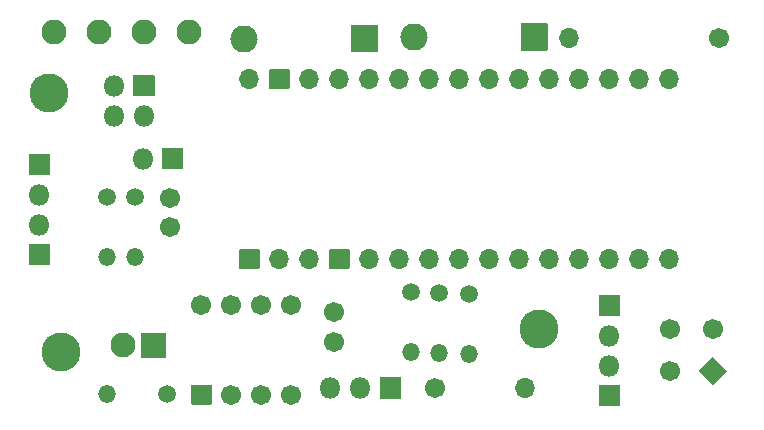
<source format=gbs>
%TF.GenerationSoftware,KiCad,Pcbnew,(5.1.8)-1*%
%TF.CreationDate,2021-02-22T22:06:48-05:00*%
%TF.ProjectId,TTS,5454532e-6b69-4636-9164-5f7063625858,rev?*%
%TF.SameCoordinates,Original*%
%TF.FileFunction,Soldermask,Bot*%
%TF.FilePolarity,Negative*%
%FSLAX46Y46*%
G04 Gerber Fmt 4.6, Leading zero omitted, Abs format (unit mm)*
G04 Created by KiCad (PCBNEW (5.1.8)-1) date 2021-02-22 22:06:48*
%MOMM*%
%LPD*%
G01*
G04 APERTURE LIST*
%ADD10C,1.701600*%
%ADD11O,1.701600X1.701600*%
%ADD12C,3.301600*%
%ADD13O,1.501600X1.501600*%
%ADD14C,1.501600*%
%ADD15O,2.101600X2.101600*%
%ADD16C,2.101600*%
%ADD17O,2.301600X2.301600*%
%ADD18O,1.801600X1.801600*%
G04 APERTURE END LIST*
D10*
%TO.C,R9*%
X63246000Y-64516000D03*
D11*
X70866000Y-64516000D03*
%TD*%
D10*
%TO.C,U1*%
X43434000Y-57454800D03*
G36*
G01*
X44284800Y-64274800D02*
X44284800Y-65874800D01*
G75*
G02*
X44234000Y-65925600I-50800J0D01*
G01*
X42634000Y-65925600D01*
G75*
G02*
X42583200Y-65874800I0J50800D01*
G01*
X42583200Y-64274800D01*
G75*
G02*
X42634000Y-64224000I50800J0D01*
G01*
X44234000Y-64224000D01*
G75*
G02*
X44284800Y-64274800I0J-50800D01*
G01*
G37*
X45974000Y-57454800D03*
X45974000Y-65074800D03*
X48514000Y-57454800D03*
X48514000Y-65074800D03*
X51054000Y-57454800D03*
X51054000Y-65074800D03*
%TD*%
D12*
%TO.C,M1*%
X72000000Y-59500000D03*
%TD*%
D13*
%TO.C,R3*%
X37795200Y-53390800D03*
D14*
X37795200Y-48310800D03*
%TD*%
D15*
%TO.C,D3*%
X30988000Y-34340800D03*
X34798000Y-34340800D03*
X38608000Y-34340800D03*
X42418000Y-34340800D03*
%TD*%
D12*
%TO.C,M3*%
X30500000Y-39500000D03*
%TD*%
%TO.C,M2*%
X31500000Y-61500000D03*
%TD*%
%TO.C,U2*%
G36*
G01*
X86769572Y-61918959D02*
X87900943Y-63050330D01*
G75*
G02*
X87900943Y-63122172I-35921J-35921D01*
G01*
X86769572Y-64253543D01*
G75*
G02*
X86697730Y-64253543I-35921J35921D01*
G01*
X85566359Y-63122172D01*
G75*
G02*
X85566359Y-63050330I35921J35921D01*
G01*
X86697730Y-61918959D01*
G75*
G02*
X86769572Y-61918959I35921J-35921D01*
G01*
G37*
D10*
X83141549Y-63086251D03*
X83141549Y-59494149D03*
X86733651Y-59494149D03*
%TD*%
%TO.C,A1*%
G36*
G01*
X48298000Y-54444800D02*
X46698000Y-54444800D01*
G75*
G02*
X46647200Y-54394000I0J50800D01*
G01*
X46647200Y-52794000D01*
G75*
G02*
X46698000Y-52743200I50800J0D01*
G01*
X48298000Y-52743200D01*
G75*
G02*
X48348800Y-52794000I0J-50800D01*
G01*
X48348800Y-54394000D01*
G75*
G02*
X48298000Y-54444800I-50800J0D01*
G01*
G37*
D11*
X80518000Y-38354000D03*
X50038000Y-53594000D03*
X77978000Y-38354000D03*
X52578000Y-53594000D03*
X75438000Y-38354000D03*
G36*
G01*
X55918000Y-54444800D02*
X54318000Y-54444800D01*
G75*
G02*
X54267200Y-54394000I0J50800D01*
G01*
X54267200Y-52794000D01*
G75*
G02*
X54318000Y-52743200I50800J0D01*
G01*
X55918000Y-52743200D01*
G75*
G02*
X55968800Y-52794000I0J-50800D01*
G01*
X55968800Y-54394000D01*
G75*
G02*
X55918000Y-54444800I-50800J0D01*
G01*
G37*
X72898000Y-38354000D03*
X57658000Y-53594000D03*
X70358000Y-38354000D03*
X60198000Y-53594000D03*
X67818000Y-38354000D03*
X62738000Y-53594000D03*
X65278000Y-38354000D03*
X65278000Y-53594000D03*
X62738000Y-38354000D03*
X67818000Y-53594000D03*
X60198000Y-38354000D03*
X70358000Y-53594000D03*
X57658000Y-38354000D03*
X72898000Y-53594000D03*
X55118000Y-38354000D03*
X75438000Y-53594000D03*
X52578000Y-38354000D03*
X77978000Y-53594000D03*
G36*
G01*
X50838000Y-39204800D02*
X49238000Y-39204800D01*
G75*
G02*
X49187200Y-39154000I0J50800D01*
G01*
X49187200Y-37554000D01*
G75*
G02*
X49238000Y-37503200I50800J0D01*
G01*
X50838000Y-37503200D01*
G75*
G02*
X50888800Y-37554000I0J-50800D01*
G01*
X50888800Y-39154000D01*
G75*
G02*
X50838000Y-39204800I-50800J0D01*
G01*
G37*
X80518000Y-53594000D03*
X47498000Y-38354000D03*
X83058000Y-53594000D03*
X83058000Y-38354000D03*
%TD*%
D10*
%TO.C,C1*%
X54660800Y-60615200D03*
X54660800Y-58115200D03*
%TD*%
%TO.C,C2*%
X40741600Y-48412400D03*
X40741600Y-50912400D03*
%TD*%
D16*
%TO.C,D4*%
X36830000Y-60909200D03*
G36*
G01*
X40420800Y-59909200D02*
X40420800Y-61909200D01*
G75*
G02*
X40370000Y-61960000I-50800J0D01*
G01*
X38370000Y-61960000D01*
G75*
G02*
X38319200Y-61909200I0J50800D01*
G01*
X38319200Y-59909200D01*
G75*
G02*
X38370000Y-59858400I50800J0D01*
G01*
X40370000Y-59858400D01*
G75*
G02*
X40420800Y-59909200I0J-50800D01*
G01*
G37*
%TD*%
D10*
%TO.C,R1*%
X87223600Y-34874200D03*
D11*
X74523600Y-34874200D03*
%TD*%
D14*
%TO.C,R2*%
X35458400Y-48310800D03*
D13*
X35458400Y-53390800D03*
%TD*%
D14*
%TO.C,R8*%
X40538400Y-65024000D03*
D13*
X35458400Y-65024000D03*
%TD*%
%TO.C,D1*%
G36*
G01*
X58377000Y-33825000D02*
X58377000Y-36025000D01*
G75*
G02*
X58326200Y-36075800I-50800J0D01*
G01*
X56126200Y-36075800D01*
G75*
G02*
X56075400Y-36025000I0J50800D01*
G01*
X56075400Y-33825000D01*
G75*
G02*
X56126200Y-33774200I50800J0D01*
G01*
X58326200Y-33774200D01*
G75*
G02*
X58377000Y-33825000I0J-50800D01*
G01*
G37*
D17*
X47066200Y-34925000D03*
%TD*%
%TO.C,D2*%
X61442600Y-34798000D03*
G36*
G01*
X72753400Y-33698000D02*
X72753400Y-35898000D01*
G75*
G02*
X72702600Y-35948800I-50800J0D01*
G01*
X70502600Y-35948800D01*
G75*
G02*
X70451800Y-35898000I0J50800D01*
G01*
X70451800Y-33698000D01*
G75*
G02*
X70502600Y-33647200I50800J0D01*
G01*
X72702600Y-33647200D01*
G75*
G02*
X72753400Y-33698000I0J-50800D01*
G01*
G37*
%TD*%
%TO.C,J2*%
G36*
G01*
X78878800Y-64301000D02*
X78878800Y-66001000D01*
G75*
G02*
X78828000Y-66051800I-50800J0D01*
G01*
X77128000Y-66051800D01*
G75*
G02*
X77077200Y-66001000I0J50800D01*
G01*
X77077200Y-64301000D01*
G75*
G02*
X77128000Y-64250200I50800J0D01*
G01*
X78828000Y-64250200D01*
G75*
G02*
X78878800Y-64301000I0J-50800D01*
G01*
G37*
D18*
X77978000Y-62611000D03*
X77978000Y-60071000D03*
G36*
G01*
X78878800Y-56681000D02*
X78878800Y-58381000D01*
G75*
G02*
X78828000Y-58431800I-50800J0D01*
G01*
X77128000Y-58431800D01*
G75*
G02*
X77077200Y-58381000I0J50800D01*
G01*
X77077200Y-56681000D01*
G75*
G02*
X77128000Y-56630200I50800J0D01*
G01*
X78828000Y-56630200D01*
G75*
G02*
X78878800Y-56681000I0J-50800D01*
G01*
G37*
%TD*%
D14*
%TO.C,R5*%
X61137800Y-56413400D03*
D13*
X61137800Y-61493400D03*
%TD*%
%TO.C,R6*%
X63576200Y-61544200D03*
D14*
X63576200Y-56464200D03*
%TD*%
%TO.C,R7*%
X66116200Y-56515000D03*
D13*
X66116200Y-61595000D03*
%TD*%
%TO.C,SW1*%
G36*
G01*
X40145600Y-44209600D02*
X41845600Y-44209600D01*
G75*
G02*
X41896400Y-44260400I0J-50800D01*
G01*
X41896400Y-45960400D01*
G75*
G02*
X41845600Y-46011200I-50800J0D01*
G01*
X40145600Y-46011200D01*
G75*
G02*
X40094800Y-45960400I0J50800D01*
G01*
X40094800Y-44260400D01*
G75*
G02*
X40145600Y-44209600I50800J0D01*
G01*
G37*
D18*
X38455600Y-45110400D03*
%TD*%
%TO.C,J3*%
G36*
G01*
X30618800Y-44743000D02*
X30618800Y-46443000D01*
G75*
G02*
X30568000Y-46493800I-50800J0D01*
G01*
X28868000Y-46493800D01*
G75*
G02*
X28817200Y-46443000I0J50800D01*
G01*
X28817200Y-44743000D01*
G75*
G02*
X28868000Y-44692200I50800J0D01*
G01*
X30568000Y-44692200D01*
G75*
G02*
X30618800Y-44743000I0J-50800D01*
G01*
G37*
X29718000Y-48133000D03*
X29718000Y-50673000D03*
G36*
G01*
X30618800Y-52363000D02*
X30618800Y-54063000D01*
G75*
G02*
X30568000Y-54113800I-50800J0D01*
G01*
X28868000Y-54113800D01*
G75*
G02*
X28817200Y-54063000I0J50800D01*
G01*
X28817200Y-52363000D01*
G75*
G02*
X28868000Y-52312200I50800J0D01*
G01*
X30568000Y-52312200D01*
G75*
G02*
X30618800Y-52363000I0J-50800D01*
G01*
G37*
%TD*%
%TO.C,J1*%
G36*
G01*
X37656400Y-39762800D02*
X37656400Y-38062800D01*
G75*
G02*
X37707200Y-38012000I50800J0D01*
G01*
X39407200Y-38012000D01*
G75*
G02*
X39458000Y-38062800I0J-50800D01*
G01*
X39458000Y-39762800D01*
G75*
G02*
X39407200Y-39813600I-50800J0D01*
G01*
X37707200Y-39813600D01*
G75*
G02*
X37656400Y-39762800I0J50800D01*
G01*
G37*
X36017200Y-38912800D03*
X38557200Y-41452800D03*
X36017200Y-41452800D03*
%TD*%
%TO.C,J4*%
G36*
G01*
X58586000Y-63615200D02*
X60286000Y-63615200D01*
G75*
G02*
X60336800Y-63666000I0J-50800D01*
G01*
X60336800Y-65366000D01*
G75*
G02*
X60286000Y-65416800I-50800J0D01*
G01*
X58586000Y-65416800D01*
G75*
G02*
X58535200Y-65366000I0J50800D01*
G01*
X58535200Y-63666000D01*
G75*
G02*
X58586000Y-63615200I50800J0D01*
G01*
G37*
X56896000Y-64516000D03*
X54356000Y-64516000D03*
%TD*%
M02*

</source>
